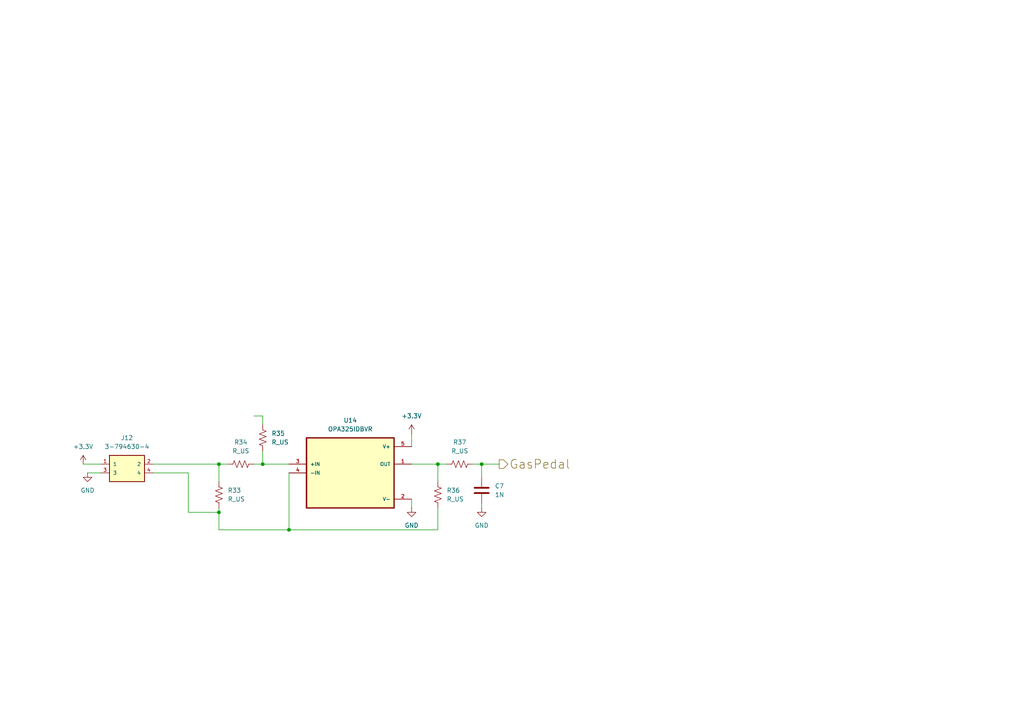
<source format=kicad_sch>
(kicad_sch (version 20250114) (generator "eeschema") (generator_version "9.0")
  (paper "A4")
  (lib_symbols
    (symbol "3-794630-4:3-794630-4" (pin_names (offset 1.016))
      (property "Reference" "J" (at -5.0892 5.5981 0))
      (property "Value" "3-794630-4" (at -5.0822 -4.3199 0))
      (symbol "3-794630-4_0_0"
        (rectangle (start -5.08 -2.54) (end 5.08 5.08) (stroke (width 0.254)) (fill (type background)))
        (pin passive line (at -7.62 2.54 0) (length 2.54) (name "1") (number "1"))
        (pin passive line (at -7.62 0 0) (length 2.54) (name "3") (number "3"))
        (pin passive line (at 7.62 2.54 180) (length 2.54) (name "2") (number "2"))
        (pin passive line (at 7.62 0 180) (length 2.54) (name "4") (number "4"))
      )
    )
    (symbol "Device:C" (pin_numbers (hide yes)) (pin_names (offset 0.254))
      (property "Reference" "C" (at 0.635 2.54 0))
      (property "Value" "C" (at 0.635 -2.54 0))
      (symbol "C_0_1"
        (polyline (pts (xy -2.032 0.762) (xy 2.032 0.762)) (stroke (width 0.508)))
        (polyline (pts (xy -2.032 -0.762) (xy 2.032 -0.762)) (stroke (width 0.508)))
      )
      (symbol "C_1_1"
        (pin passive line (at 0 3.81 270) (length 2.794) (name "~") (number "1"))
        (pin passive line (at 0 -3.81 90) (length 2.794) (name "~") (number "2"))
      )
    )
    (symbol "Device:R_US" (pin_numbers (hide yes)) (pin_names (offset 0))
      (property "Reference" "R" (at 2.54 0 90))
      (property "Value" "R_US" (at -2.54 0 90))
      (symbol "R_US_0_1"
        (polyline (pts (xy 0 2.286) (xy 0 2.54)))
        (polyline (pts (xy 0 2.286) (xy 1.016 1.905) (xy 0 1.524) (xy -1.016 1.143) (xy 0 0.762)))
        (polyline (pts (xy 0 0.762) (xy 1.016 0.381) (xy 0 0) (xy -1.016 -0.381) (xy 0 -0.762)))
        (polyline (pts (xy 0 -0.762) (xy 1.016 -1.143) (xy 0 -1.524) (xy -1.016 -1.905) (xy 0 -2.286)))
        (polyline (pts (xy 0 -2.286) (xy 0 -2.54)))
      )
      (symbol "R_US_1_1"
        (pin passive line (at 0 3.81 270) (length 1.27) (name "~") (number "1"))
        (pin passive line (at 0 -3.81 90) (length 1.27) (name "~") (number "2"))
      )
    )
    (symbol "OPA325IDBVR:OPA325IDBVR" (pin_names (offset 1.016))
      (property "Reference" "U" (at -12.7 11.16 0))
      (property "Value" "OPA325IDBVR" (at -12.7 -14.16 0))
      (symbol "OPA325IDBVR_0_0"
        (rectangle (start -12.7 -10.16) (end 12.7 10.16) (stroke (width 0.41)) (fill (type background)))
        (pin input line (at -17.78 2.54 0) (length 5.08) (name "+IN") (number "3"))
        (pin input line (at -17.78 0 0) (length 5.08) (name "-IN") (number "4"))
        (pin power_in line (at 17.78 7.62 180) (length 5.08) (name "V+") (number "5"))
        (pin output line (at 17.78 2.54 180) (length 5.08) (name "OUT") (number "1"))
        (pin power_in line (at 17.78 -7.62 180) (length 5.08) (name "V-") (number "2"))
      )
    )
    (symbol "power:+3.3V" (power) (pin_numbers (hide yes)) (pin_names (offset 0) (hide yes))
      (property "Value" "+3.3V" (at 0 3.556 0))
      (symbol "+3.3V_0_1"
        (polyline (pts (xy -0.762 1.27) (xy 0 2.54)))
        (polyline (pts (xy 0 2.54) (xy 0.762 1.27)))
        (polyline (pts (xy 0 0) (xy 0 2.54)))
      )
      (symbol "+3.3V_1_1"
        (pin power_in line (at 0 0 90) (length 0) (name "~") (number "1"))
      )
    )
    (symbol "power:GND" (power) (pin_numbers (hide yes)) (pin_names (offset 0) (hide yes))
      (property "Value" "GND" (at 0 -3.81 0))
      (symbol "GND_0_1"
        (polyline (pts (xy 0 0) (xy 0 -1.27) (xy 1.27 -1.27) (xy 0 -2.54) (xy -1.27 -1.27) (xy 0 -1.27)))
      )
      (symbol "GND_1_1"
        (pin power_in line (at 0 0 270) (length 0) (name "~") (number "1"))
      )
    )
  )
  (junction (at 139.7 134.62))
  (junction (at 83.82 153.67))
  (junction (at 63.5 134.62))
  (junction (at 76.2 134.62))
  (junction (at 127 134.62))
  (junction (at 63.5 148.59))
  (wire (pts (xy 83.82 134.62) (xy 76.2 134.62)))
  (wire (pts (xy 73.66 134.62) (xy 76.2 134.62)))
  (wire (pts (xy 54.61 137.16) (xy 44.45 137.16)))
  (wire (pts (xy 54.61 148.59) (xy 63.5 148.59)))
  (wire (pts (xy 127 153.67) (xy 83.82 153.67)))
  (wire (pts (xy 54.61 148.59) (xy 54.61 137.16)))
  (wire (pts (xy 127 134.62) (xy 127 139.7)))
  (wire (pts (xy 139.7 134.62) (xy 144.78 134.62)))
  (wire (pts (xy 63.5 139.7) (xy 63.5 134.62)))
  (wire (pts (xy 76.2 123.19) (xy 76.2 120.65)))
  (wire (pts (xy 63.5 147.32) (xy 63.5 148.59)))
  (wire (pts (xy 127 134.62) (xy 129.54 134.62)))
  (wire (pts (xy 76.2 134.62) (xy 76.2 130.81)))
  (wire (pts (xy 63.5 134.62) (xy 66.04 134.62)))
  (wire (pts (xy 83.82 153.67) (xy 63.5 153.67)))
  (wire (pts (xy 25.4 137.16) (xy 29.21 137.16)))
  (wire (pts (xy 83.82 137.16) (xy 83.82 153.67)))
  (wire (pts (xy 127 147.32) (xy 127 153.67)))
  (wire (pts (xy 24.13 134.62) (xy 29.21 134.62)))
  (wire (pts (xy 44.45 134.62) (xy 63.5 134.62)))
  (wire (pts (xy 139.7 134.62) (xy 139.7 138.43)))
  (wire (pts (xy 119.38 144.78) (xy 119.38 147.32)))
  (wire (pts (xy 63.5 148.59) (xy 63.5 153.67)))
  (wire (pts (xy 139.7 146.05) (xy 139.7 147.32)))
  (wire (pts (xy 137.16 134.62) (xy 139.7 134.62)))
  (wire (pts (xy 119.38 125.73) (xy 119.38 129.54)))
  (wire (pts (xy 76.2 120.65) (xy 73.66 120.65)))
  (wire (pts (xy 119.38 134.62) (xy 127 134.62)))
  (hierarchical_label "GasPedal" (shape output) (at 144.78 134.62 0) (effects (font (size 2.54 2.54))))
  (symbol (lib_id "Device:R_US") (at 133.35 134.62 90) (unit 1)
    (property "Reference" "R37" (at 133.35 128.27 90))
    (property "Value" "R_US" (at 133.35 130.81 90))
    (property "Description" "Resistor, US symbol" (effects (hide yes)))
  )
  (symbol (lib_id "Device:R_US") (at 63.5 143.51 0) (unit 1)
    (property "Reference" "R33" (at 66.04 142.2399 0) (effects (justify left)))
    (property "Value" "R_US" (at 66.04 144.7799 0) (effects (justify left)))
    (property "Description" "Resistor, US symbol" (effects (hide yes)))
  )
  (symbol (lib_id "Device:C") (at 139.7 142.24 0) (unit 1)
    (property "Reference" "C7" (at 143.51 140.9699 0) (effects (justify left)))
    (property "Value" "1N" (at 143.51 143.5099 0) (effects (justify left)))
    (property "Description" "Unpolarized capacitor" (effects (hide yes)))
  )
  (symbol (lib_id "Device:R_US") (at 69.85 134.62 90) (unit 1)
    (property "Reference" "R34" (at 69.85 128.27 90))
    (property "Value" "R_US" (at 69.85 130.81 90))
    (property "Description" "Resistor, US symbol" (effects (hide yes)))
  )
  (symbol (lib_id "Device:R_US") (at 127 143.51 180) (unit 1)
    (property "Reference" "R36" (at 129.54 142.2399 0) (effects (justify right)))
    (property "Value" "R_US" (at 129.54 144.7799 0) (effects (justify right)))
    (property "Description" "Resistor, US symbol" (effects (hide yes)))
  )
  (symbol (lib_id "power:GND") (at 25.4 137.16 0) (unit 1)
    (property "Reference" "#PWR082" (effects (hide yes)))
    (property "Value" "GND" (at 25.4 142.24 0))
    (property "Description" "Power symbol creates a global label with name \"GND\" , ground" (effects (hide yes)))
  )
  (symbol (lib_id "Device:R_US") (at 76.2 127 0) (unit 1)
    (property "Reference" "R35" (at 78.74 125.7299 0) (effects (justify left)))
    (property "Value" "R_US" (at 78.74 128.2699 0) (effects (justify left)))
    (property "Description" "Resistor, US symbol" (effects (hide yes)))
  )
  (symbol (lib_id "power:+3.3V") (at 24.13 134.62 0) (unit 1)
    (property "Reference" "#PWR079" (effects (hide yes)))
    (property "Value" "+3.3V" (at 24.13 129.54 0))
    (property "Description" "Power symbol creates a global label with name \"+3.3V\"" (effects (hide yes)))
  )
  (symbol (lib_id "power:+3.3V") (at 119.38 125.73 0) (unit 1)
    (property "Reference" "#PWR074" (effects (hide yes)))
    (property "Value" "+3.3V" (at 119.38 120.65 0))
    (property "Description" "Power symbol creates a global label with name \"+3.3V\"" (effects (hide yes)))
  )
  (symbol (lib_id "OPA325IDBVR:OPA325IDBVR") (at 101.6 137.16 0) (unit 1)
    (property "Reference" "U14" (at 101.6 121.92 0))
    (property "Value" "OPA325IDBVR" (at 101.6 124.46 0))
    (property "Footprint" "OPA325IDBVR:SOT95P280X145-5N" (effects (hide yes)))
    (property "MF" "Texas Instruments" (effects (hide yes)))
    (property "Description_1" "Low noise (10nV/rtHz), wide bandwidth (10MHz), low power (0.65mA), zero crossover op amp" (effects (hide yes)))
    (property "Package" "SOT-23-5 Texas Instruments" (effects (hide yes)))
    (property "Price" "None" (effects (hide yes)))
    (property "SnapEDA_Link" "https://www.snapeda.com/parts/OPA325IDBVR/Texas+Instruments/view-part/?ref=snap" (effects (hide yes)))
    (property "MP" "OPA325IDBVR" (effects (hide yes)))
    (property "Availability" "In Stock" (effects (hide yes)))
    (property "Check_prices" "https://www.snapeda.com/parts/OPA325IDBVR/Texas+Instruments/view-part/?ref=eda" (effects (hide yes)))
  )
  (symbol (lib_id "3-794630-4:3-794630-4") (at 36.83 137.16 0) (unit 1)
    (property "Reference" "J12" (at 36.83 127 0))
    (property "Value" "3-794630-4" (at 36.83 129.54 0))
    (property "Footprint" "3-794630-4:CONN_3-794630-4" (effects (hide yes)))
    (property "Comment" "3-794630-4" (effects (hide yes)))
    (property "MF" "TE Connectivity" (effects (hide yes)))
    (property "Description_1" "Micro MATE-N-LOK Series,3mm Pitch 4 Way Straight PCB Header,Solder Term,5A | TE Connectivity 3-794630-4" (effects (hide yes)))
    (property "Package" "None" (effects (hide yes)))
    (property "Price" "None" (effects (hide yes)))
    (property "Check_prices" "https://www.snapeda.com/parts/3-794630-4/TE+Connectivity+AMP+Connectors/view-part/?ref=eda" (effects (hide yes)))
    (property "STANDARD" "Manufacturer recommendations" (effects (hide yes)))
    (property "PARTREV" "F1" (effects (hide yes)))
    (property "SnapEDA_Link" "https://www.snapeda.com/parts/3-794630-4/TE+Connectivity+AMP+Connectors/view-part/?ref=snap" (effects (hide yes)))
    (property "MP" "3-794630-4" (effects (hide yes)))
    (property "Availability" "In Stock" (effects (hide yes)))
    (property "MANUFACTURER" "TE connectivity" (effects (hide yes)))
  )
  (symbol (lib_id "power:GND") (at 139.7 147.32 0) (unit 1)
    (property "Reference" "#PWR076" (effects (hide yes)))
    (property "Value" "GND" (at 139.7 152.4 0))
    (property "Description" "Power symbol creates a global label with name \"GND\" , ground" (effects (hide yes)))
  )
  (symbol (lib_id "power:GND") (at 119.38 147.32 0) (unit 1)
    (property "Reference" "#PWR075" (effects (hide yes)))
    (property "Value" "GND" (at 119.38 152.4 0))
    (property "Description" "Power symbol creates a global label with name \"GND\" , ground" (effects (hide yes)))
  )
)
</source>
